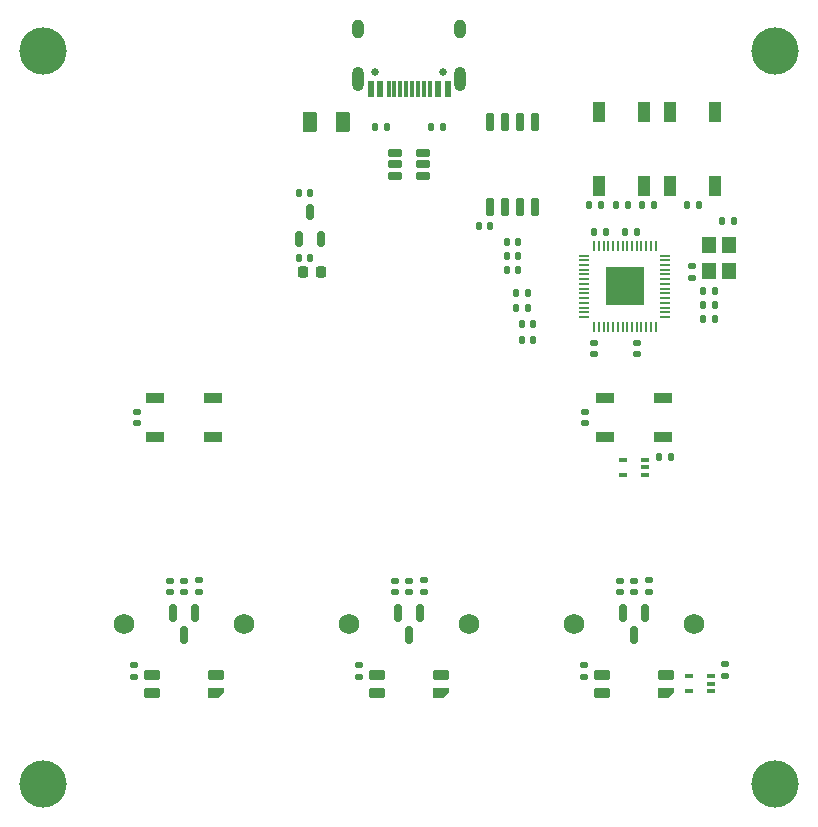
<source format=gbs>
G04 #@! TF.GenerationSoftware,KiCad,Pcbnew,7.0.9*
G04 #@! TF.CreationDate,2023-11-15T15:13:26+00:00*
G04 #@! TF.ProjectId,analog,616e616c-6f67-42e6-9b69-6361645f7063,1*
G04 #@! TF.SameCoordinates,Original*
G04 #@! TF.FileFunction,Soldermask,Bot*
G04 #@! TF.FilePolarity,Negative*
%FSLAX46Y46*%
G04 Gerber Fmt 4.6, Leading zero omitted, Abs format (unit mm)*
G04 Created by KiCad (PCBNEW 7.0.9) date 2023-11-15 15:13:26*
%MOMM*%
%LPD*%
G01*
G04 APERTURE LIST*
G04 Aperture macros list*
%AMRoundRect*
0 Rectangle with rounded corners*
0 $1 Rounding radius*
0 $2 $3 $4 $5 $6 $7 $8 $9 X,Y pos of 4 corners*
0 Add a 4 corners polygon primitive as box body*
4,1,4,$2,$3,$4,$5,$6,$7,$8,$9,$2,$3,0*
0 Add four circle primitives for the rounded corners*
1,1,$1+$1,$2,$3*
1,1,$1+$1,$4,$5*
1,1,$1+$1,$6,$7*
1,1,$1+$1,$8,$9*
0 Add four rect primitives between the rounded corners*
20,1,$1+$1,$2,$3,$4,$5,0*
20,1,$1+$1,$4,$5,$6,$7,0*
20,1,$1+$1,$6,$7,$8,$9,0*
20,1,$1+$1,$8,$9,$2,$3,0*%
%AMFreePoly0*
4,1,18,-0.410000,0.593000,-0.403758,0.624380,-0.385983,0.650983,-0.359380,0.668758,-0.328000,0.675000,0.328000,0.675000,0.359380,0.668758,0.385983,0.650983,0.403758,0.624380,0.410000,0.593000,0.410000,-0.593000,0.403758,-0.624380,0.385983,-0.650983,0.359380,-0.668758,0.328000,-0.675000,0.000000,-0.675000,-0.410000,-0.265000,-0.410000,0.593000,-0.410000,0.593000,$1*%
G04 Aperture macros list end*
%ADD10C,1.750000*%
%ADD11RoundRect,0.150000X0.150000X-0.587500X0.150000X0.587500X-0.150000X0.587500X-0.150000X-0.587500X0*%
%ADD12C,4.000000*%
%ADD13RoundRect,0.150000X-0.150000X0.650000X-0.150000X-0.650000X0.150000X-0.650000X0.150000X0.650000X0*%
%ADD14RoundRect,0.140000X0.170000X-0.140000X0.170000X0.140000X-0.170000X0.140000X-0.170000X-0.140000X0*%
%ADD15RoundRect,0.250000X-0.375000X-0.625000X0.375000X-0.625000X0.375000X0.625000X-0.375000X0.625000X0*%
%ADD16RoundRect,0.140000X-0.170000X0.140000X-0.170000X-0.140000X0.170000X-0.140000X0.170000X0.140000X0*%
%ADD17RoundRect,0.135000X-0.135000X-0.185000X0.135000X-0.185000X0.135000X0.185000X-0.135000X0.185000X0*%
%ADD18RoundRect,0.140000X0.140000X0.170000X-0.140000X0.170000X-0.140000X-0.170000X0.140000X-0.170000X0*%
%ADD19R,1.500000X0.900000*%
%ADD20RoundRect,0.225000X-0.225000X-0.250000X0.225000X-0.250000X0.225000X0.250000X-0.225000X0.250000X0*%
%ADD21RoundRect,0.135000X0.135000X0.185000X-0.135000X0.185000X-0.135000X-0.185000X0.135000X-0.185000X0*%
%ADD22R,1.200000X1.400000*%
%ADD23R,0.650000X0.400000*%
%ADD24RoundRect,0.150000X0.150000X-0.512500X0.150000X0.512500X-0.150000X0.512500X-0.150000X-0.512500X0*%
%ADD25RoundRect,0.135000X0.185000X-0.135000X0.185000X0.135000X-0.185000X0.135000X-0.185000X-0.135000X0*%
%ADD26RoundRect,0.150000X0.475000X0.150000X-0.475000X0.150000X-0.475000X-0.150000X0.475000X-0.150000X0*%
%ADD27R,1.000000X1.700000*%
%ADD28RoundRect,0.140000X-0.140000X-0.170000X0.140000X-0.170000X0.140000X0.170000X-0.140000X0.170000X0*%
%ADD29RoundRect,0.082000X0.593000X-0.328000X0.593000X0.328000X-0.593000X0.328000X-0.593000X-0.328000X0*%
%ADD30FreePoly0,90.000000*%
%ADD31C,0.650000*%
%ADD32R,0.600000X1.450000*%
%ADD33R,0.300000X1.450000*%
%ADD34O,1.000000X1.600000*%
%ADD35O,1.000000X2.100000*%
%ADD36RoundRect,0.135000X-0.185000X0.135000X-0.185000X-0.135000X0.185000X-0.135000X0.185000X0.135000X0*%
%ADD37RoundRect,0.050000X-0.050000X0.387500X-0.050000X-0.387500X0.050000X-0.387500X0.050000X0.387500X0*%
%ADD38RoundRect,0.050000X-0.387500X0.050000X-0.387500X-0.050000X0.387500X-0.050000X0.387500X0.050000X0*%
%ADD39R,3.200000X3.200000*%
G04 APERTURE END LIST*
D10*
X64770000Y-68262500D03*
X74930000Y-68262500D03*
D11*
X68900000Y-67325000D03*
X70800000Y-67325000D03*
X69850000Y-69200000D03*
D12*
X19800000Y-19800000D03*
X81800000Y-19800000D03*
D10*
X45720000Y-68262500D03*
X55880000Y-68262500D03*
D11*
X49850000Y-67325000D03*
X51750000Y-67325000D03*
X50800000Y-69200000D03*
D12*
X19800000Y-81800000D03*
X81800000Y-81800000D03*
D10*
X26669984Y-68262500D03*
X36829984Y-68262500D03*
D11*
X30799984Y-67325000D03*
X32699984Y-67325000D03*
X31749984Y-69200000D03*
D13*
X57626250Y-25768750D03*
X58896250Y-25768750D03*
X60166250Y-25768750D03*
X61436250Y-25768750D03*
X61436250Y-32968750D03*
X60166250Y-32968750D03*
X58896250Y-32968750D03*
X57626250Y-32968750D03*
D14*
X49579995Y-65567500D03*
X49579995Y-64607500D03*
D15*
X42400000Y-25800000D03*
X45200000Y-25800000D03*
D16*
X46505346Y-71773806D03*
X46505346Y-72733806D03*
D17*
X66049358Y-32800000D03*
X67069358Y-32800000D03*
D18*
X61285000Y-42862500D03*
X60325000Y-42862500D03*
D19*
X29300000Y-52450000D03*
X29300000Y-49150000D03*
X34200000Y-49150000D03*
X34200000Y-52450000D03*
D16*
X70056250Y-44450000D03*
X70056250Y-45410000D03*
D18*
X61285000Y-44251557D03*
X60325000Y-44251557D03*
D20*
X41768750Y-38493750D03*
X43318750Y-38493750D03*
D18*
X76670543Y-40084366D03*
X75710543Y-40084366D03*
X70056250Y-35061382D03*
X69096250Y-35061382D03*
D17*
X74290000Y-32800000D03*
X75310000Y-32800000D03*
D21*
X48928750Y-26193750D03*
X47908750Y-26193750D03*
D22*
X76143750Y-38406250D03*
X76143750Y-36206250D03*
X77843750Y-36206250D03*
X77843750Y-38406250D03*
D23*
X70800000Y-54367102D03*
X70800000Y-55017102D03*
X70800000Y-55667102D03*
X68900000Y-55667102D03*
X68900000Y-54367102D03*
D16*
X65682825Y-50320000D03*
X65682825Y-51280000D03*
D18*
X60011250Y-38298427D03*
X59051250Y-38298427D03*
D24*
X43350000Y-35662500D03*
X41450000Y-35662500D03*
X42400000Y-33387500D03*
D14*
X69850000Y-65567500D03*
X69850000Y-64607500D03*
D25*
X71070005Y-65597500D03*
X71070005Y-64577500D03*
D26*
X51975000Y-28418750D03*
X51975000Y-29368750D03*
X51975000Y-30318750D03*
X49625000Y-30318750D03*
X49625000Y-29368750D03*
X49625000Y-28418750D03*
D25*
X77540316Y-72692500D03*
X77540316Y-71672500D03*
D18*
X57632335Y-34593750D03*
X56672335Y-34593750D03*
D14*
X50800000Y-65567500D03*
X50800000Y-64607500D03*
D18*
X60011250Y-37107801D03*
X59051250Y-37107801D03*
X60011250Y-35917175D03*
X59051250Y-35917175D03*
D16*
X66456250Y-44450000D03*
X66456250Y-45410000D03*
D27*
X70700000Y-31200000D03*
X70700000Y-24900000D03*
X66900000Y-31200000D03*
X66900000Y-24900000D03*
D17*
X59815000Y-40277929D03*
X60835000Y-40277929D03*
D16*
X65555346Y-71773806D03*
X65555346Y-72733806D03*
D18*
X42402768Y-31800000D03*
X41442768Y-31800000D03*
D21*
X69310000Y-32800000D03*
X68290000Y-32800000D03*
X71550642Y-32800000D03*
X70530642Y-32800000D03*
D27*
X72900000Y-24900000D03*
X72900000Y-31200000D03*
X76700000Y-24900000D03*
X76700000Y-31200000D03*
D23*
X76356250Y-72692500D03*
X76356250Y-73342500D03*
X76356250Y-73992500D03*
X74456250Y-73992500D03*
X74456250Y-72692500D03*
D28*
X66456250Y-35061382D03*
X67416250Y-35061382D03*
X77307500Y-34131250D03*
X78267500Y-34131250D03*
D29*
X67125000Y-72592500D03*
X67125000Y-74092500D03*
X72575000Y-72592500D03*
D30*
X72575000Y-74092500D03*
D14*
X68629995Y-65567500D03*
X68629995Y-64607500D03*
D17*
X52671250Y-26193750D03*
X53691250Y-26193750D03*
D31*
X47910000Y-21575000D03*
X53690000Y-21575000D03*
D32*
X47550000Y-23020000D03*
X48350000Y-23020000D03*
D33*
X49550000Y-23020000D03*
X50550000Y-23020000D03*
X51050000Y-23020000D03*
X52050000Y-23020000D03*
D32*
X53250000Y-23020000D03*
X54050000Y-23020000D03*
X54050000Y-23020000D03*
X53250000Y-23020000D03*
D33*
X52550000Y-23020000D03*
X51550000Y-23020000D03*
X50050000Y-23020000D03*
X49050000Y-23020000D03*
D32*
X48350000Y-23020000D03*
X47550000Y-23020000D03*
D34*
X46480000Y-17925000D03*
D35*
X46480000Y-22105000D03*
D34*
X55120000Y-17925000D03*
D35*
X55120000Y-22105000D03*
D36*
X74737261Y-37957920D03*
X74737261Y-38977920D03*
D28*
X75710543Y-41274992D03*
X76670543Y-41274992D03*
X75710543Y-42490618D03*
X76670543Y-42490618D03*
D37*
X66456250Y-36250000D03*
X66856250Y-36250000D03*
X67256250Y-36250000D03*
X67656250Y-36250000D03*
X68056250Y-36250000D03*
X68456250Y-36250000D03*
X68856250Y-36250000D03*
X69256250Y-36250000D03*
X69656250Y-36250000D03*
X70056250Y-36250000D03*
X70456250Y-36250000D03*
X70856250Y-36250000D03*
X71256250Y-36250000D03*
X71656250Y-36250000D03*
D38*
X72493750Y-37087500D03*
X72493750Y-37487500D03*
X72493750Y-37887500D03*
X72493750Y-38287500D03*
X72493750Y-38687500D03*
X72493750Y-39087500D03*
X72493750Y-39487500D03*
X72493750Y-39887500D03*
X72493750Y-40287500D03*
X72493750Y-40687500D03*
X72493750Y-41087500D03*
X72493750Y-41487500D03*
X72493750Y-41887500D03*
X72493750Y-42287500D03*
D37*
X71656250Y-43125000D03*
X71256250Y-43125000D03*
X70856250Y-43125000D03*
X70456250Y-43125000D03*
X70056250Y-43125000D03*
X69656250Y-43125000D03*
X69256250Y-43125000D03*
X68856250Y-43125000D03*
X68456250Y-43125000D03*
X68056250Y-43125000D03*
X67656250Y-43125000D03*
X67256250Y-43125000D03*
X66856250Y-43125000D03*
X66456250Y-43125000D03*
D38*
X65618750Y-42287500D03*
X65618750Y-41887500D03*
X65618750Y-41487500D03*
X65618750Y-41087500D03*
X65618750Y-40687500D03*
X65618750Y-40287500D03*
X65618750Y-39887500D03*
X65618750Y-39487500D03*
X65618750Y-39087500D03*
X65618750Y-38687500D03*
X65618750Y-38287500D03*
X65618750Y-37887500D03*
X65618750Y-37487500D03*
X65618750Y-37087500D03*
D39*
X69056250Y-39687500D03*
D16*
X27780361Y-50320000D03*
X27780361Y-51280000D03*
D17*
X59815000Y-41503222D03*
X60835000Y-41503222D03*
D29*
X29025000Y-72592500D03*
X29025000Y-74092500D03*
X34475000Y-72592500D03*
D30*
X34475000Y-74092500D03*
D25*
X52020005Y-65597500D03*
X52020005Y-64577500D03*
D16*
X27455346Y-71773806D03*
X27455346Y-72733806D03*
D17*
X71910483Y-54099332D03*
X72930483Y-54099332D03*
D19*
X67400000Y-52450000D03*
X67400000Y-49150000D03*
X72300000Y-49150000D03*
X72300000Y-52450000D03*
D29*
X48075000Y-72592500D03*
X48075000Y-74092500D03*
X53525000Y-72592500D03*
D30*
X53525000Y-74092500D03*
D14*
X30529995Y-65567500D03*
X30529995Y-64607500D03*
D25*
X32970005Y-65597500D03*
X32970005Y-64577500D03*
D28*
X41452008Y-37267151D03*
X42412008Y-37267151D03*
D14*
X31750000Y-65567500D03*
X31750000Y-64607500D03*
M02*

</source>
